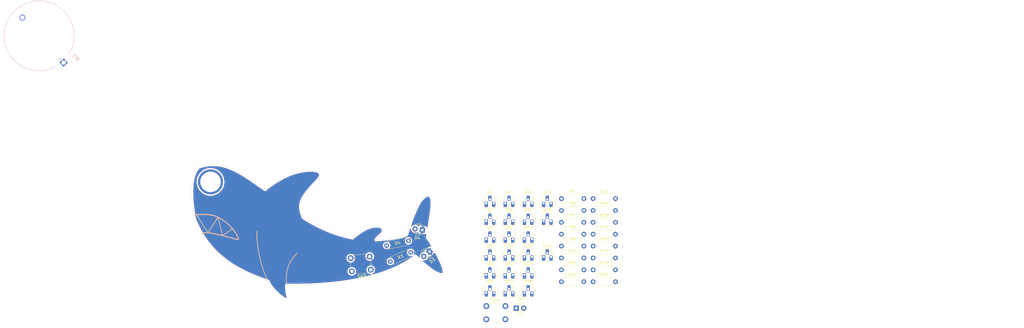
<source format=kicad_pcb>
(kicad_pcb (version 20241229) (generator "pcbnew") (generator_version "9.0")
  (layers (0 "F.Cu" signal) (2 "B.Cu" signal) (13 "F.Paste" user) (15 "B.Paste" user) (5 "F.SilkS" user "F.Silkscreen") (7 "B.SilkS" user "B.Silkscreen") (1 "F.Mask" user) (3 "B.Mask" user) (25 "Edge.Cuts" user))
  (net 0 "")
  (net 1 "GND")
  (net 2 "VCC")
  (net 3 "OUT")
  (net 4 "Net-(D3-A)")
  (net 5 "Net-(Q1-B)")
  (net 6 "Net-(R3-Pad1)")
  (net 7 "Net-(D4-A)")
  (net 8 "Net-(Q1-E)")
  (net 9 "Net-(Q16-B)")
  (net 10 "Net-(Q2-E)")
  (net 11 "Net-(Q3-E)")
  (net 12 "THRESHOLD")
  (net 13 "Net-(Q4-E)")
  (net 14 "Net-(Q5-C)")
  (net 15 "Net-(Q5-B)")
  (net 16 "Net-(Q5-E)")
  (net 17 "Net-(Q8-E)")
  (net 18 "Net-(Q9-E)")
  (net 19 "Net-(Q14-B)")
  (net 20 "Net-(Q9-C)")
  (net 21 "Net-(Q10-C)")
  (net 22 "Net-(Q10-B)")
  (net 23 "Net-(Q10-E)")
  (net 24 "Net-(Q12-E)")
  (net 25 "Net-(Q12-B)")
  (net 26 "Net-(Q15-C)")
  (net 27 "Net-(Q16-C)")
  (net 28 "DISCHARGE")
  (net 29 "Net-(Q19-B)")
  (net 30 "Net-(Q20-C)")
  (net 31 "Net-(Q22-B)")
  (footprint "Resistor_THT:R_Axial_DIN0207_L6.3mm_D2.5mm_P7.62mm_Horizontal" (layer "F.Cu") (at 243.68 92.65)
    (property "Reference" "R14" (at 3.81 -2.37 0) (layer "F.SilkS"))
    (property "Value" "R")
    (fp_line (start 0.54 -1.37) (end 7.08 -1.37) (stroke (width 0.12)) (layer "F.SilkS"))
    (fp_line (start 0.54 -1.04) (end 0.54 -1.37) (stroke (width 0.12)) (layer "F.SilkS"))
    (fp_line (start 0.54 1.04) (end 0.54 1.37) (stroke (width 0.12)) (layer "F.SilkS"))
    (fp_line (start 0.54 1.37) (end 7.08 1.37) (stroke (width 0.12)) (layer "F.SilkS"))
    (fp_line (start 7.08 -1.37) (end 7.08 -1.04) (stroke (width 0.12)) (layer "F.SilkS"))
    (fp_line (start 7.08 1.37) (end 7.08 1.04) (stroke (width 0.12)) (layer "F.SilkS"))
    (pad "1" thru_hole circle (at 0 0) (size 1.6 1.6) (drill 0.8) (layers "*.Cu" "*.Mask") (net 9 "Net-(Q16-B)"))
    (pad "2" thru_hole oval (at 7.62 0) (size 1.6 1.6) (drill 0.8) (layers "*.Cu" "*.Mask") (net 26 "Net-(Q15-C)"))
  )
  (footprint "Resistor_THT:R_Axial_DIN0207_L6.3mm_D2.5mm_P7.62mm_Horizontal" (layer "F.Cu") (at 232.91 108.85)
    (property "Reference" "R10" (at 3.81 -2.37 0) (layer "F.SilkS"))
    (property "Value" "R")
    (fp_line (start 0.54 -1.37) (end 7.08 -1.37) (stroke (width 0.12)) (layer "F.SilkS"))
    (fp_line (start 0.54 -1.04) (end 0.54 -1.37) (stroke (width 0.12)) (layer "F.SilkS"))
    (fp_line (start 0.54 1.04) (end 0.54 1.37) (stroke (width 0.12)) (layer "F.SilkS"))
    (fp_line (start 0.54 1.37) (end 7.08 1.37) (stroke (width 0.12)) (layer "F.SilkS"))
    (fp_line (start 7.08 -1.37) (end 7.08 -1.04) (stroke (width 0.12)) (layer "F.SilkS"))
    (fp_line (start 7.08 1.37) (end 7.08 1.04) (stroke (width 0.12)) (layer "F.SilkS"))
    (pad "1" thru_hole circle (at 0 0) (size 1.6 1.6) (drill 0.8) (layers "*.Cu" "*.Mask") (net 3 "OUT"))
    (pad "2" thru_hole oval (at 7.62 0) (size 1.6 1.6) (drill 0.8) (layers "*.Cu" "*.Mask") (net 15 "Net-(Q5-B)"))
  )
  (footprint "Package_TO_SOT_THT:TO-92L_HandSolder" (layer "F.Cu") (at 213.79 108.48)
    (property "Reference" "Q10" (at 1.27 -3.8 0) (layer "F.SilkS"))
    (property "Value" "PNP")
    (fp_line (start -0.53 1.85) (end 3.07 1.85) (stroke (width 0.12)) (layer "F.SilkS"))
    (fp_arc (start -0.541453 1.842156) (mid -1.247298 -0.581475) (end 0.45 -2.45) (stroke (width 0.12)) (layer "F.SilkS"))
    (fp_arc (start 2.05 -2.45) (mid 3.769931 -0.601036) (end 3.078445 1.827684) (stroke (width 0.12)) (layer "F.SilkS"))
    (pad "1" thru_hole rect (at 0 0) (size 1.1 1.8) (drill 0.75 (offset 0 0.4)) (layers "*.Cu" "*.Mask") (net 21 "Net-(Q10-C)"))
    (pad "2" thru_hole roundrect (at 1.27 -1.27) (size 1.1 1.8) (drill 0.75 (offset 0 -0.4)) (layers "*.Cu" "*.Mask") (net 22 "Net-(Q10-B)"))
    (pad "3" thru_hole roundrect (at 2.54 0) (size 1.1 1.8) (drill 0.75 (offset 0 0.4)) (layers "*.Cu" "*.Mask") (net 23 "Net-(Q10-E)"))
  )
  (footprint "LED_THT:LED_D3.0mm" (layer "F.Cu") (at 187.972876 106.683659 -140)
    (property "Reference" "D3" (at 1.269999 -2.960001 40) (layer "F.SilkS"))
    (property "Value" "LED")
    (fp_line (start -0.29 1.079999) (end -0.290001 1.236) (stroke (width 0.12)) (layer "F.SilkS"))
    (fp_line (start -0.29 -1.236001) (end -0.289999 -1.08) (stroke (width 0.12)) (layer "F.SilkS"))
    (fp_arc (start 2.941397 1.080061) (mid 1.365623 1.987702) (end -0.29 1.235517) (stroke (width 0.12)) (layer "F.SilkS"))
    (fp_arc (start 2.31091 1.080049) (mid 1.269963 1.499999) (end 0.229039 1.079999) (stroke (width 0.12)) (layer "F.SilkS"))
    (fp_arc (start 0.229039 -1.079999) (mid 1.269965 -1.5) (end 2.31091 -1.08005) (stroke (width 0.12)) (layer "F.SilkS"))
    (fp_arc (start -0.290001 -1.235516) (mid 1.365624 -1.987701) (end 2.941397 -1.080061) (stroke (width 0.12)) (layer "F.SilkS"))
    (pad "1" thru_hole rect (at 0 0 220) (size 1.8 1.8) (drill 0.9) (layers "*.Cu" "*.Mask") (net 1 "GND"))
    (pad "2" thru_hole circle (at 2.54 -0.000001 220) (size 1.8 1.8) (drill 0.9) (layers "*.Cu" "*.Mask") (net 4 "Net-(D3-A)"))
  )
  (footprint "Package_TO_SOT_THT:TO-92L_HandSolder" (layer "F.Cu") (at 220.3 96.26)
    (property "Reference" "Q14" (at 1.27 -3.8 0) (layer "F.SilkS"))
    (property "Value" "PNP")
    (fp_line (start -0.53 1.85) (end 3.07 1.85) (stroke (width 0.12)) (layer "F.SilkS"))
    (fp_arc (start -0.541453 1.842156) (mid -1.247298 -0.581475) (end 0.45 -2.45) (stroke (width 0.12)) (layer "F.SilkS"))
    (fp_arc (start 2.05 -2.45) (mid 3.769931 -0.601036) (end 3.078445 1.827684) (stroke (width 0.12)) (layer "F.SilkS"))
    (pad "1" thru_hole rect (at 0 0) (size 1.1 1.8) (drill 0.75 (offset 0 0.4)) (layers "*.Cu" "*.Mask") (net 19 "Net-(Q14-B)"))
    (pad "2" thru_hole roundrect (at 1.27 -1.27) (size 1.1 1.8) (drill 0.75 (offset 0 -0.4)) (layers "*.Cu" "*.Mask") (net 19 "Net-(Q14-B)"))
    (pad "3" thru_hole roundrect (at 2.54 0) (size 1.1 1.8) (drill 0.75 (offset 0 0.4)) (layers "*.Cu" "*.Mask") (net 3 "OUT"))
  )
  (footprint "Resistor_THT:R_Axial_DIN0207_L6.3mm_D2.5mm_P7.62mm_Horizontal" (layer "F.Cu") (at 243.68 108.85)
    (property "Reference" "R18" (at 3.81 -2.37 0) (layer "F.SilkS"))
    (property "Value" "R")
    (fp_line (start 0.54 -1.37) (end 7.08 -1.37) (stroke (width 0.12)) (layer "F.SilkS"))
    (fp_line (start 0.54 -1.04) (end 0.54 -1.37) (stroke (width 0.12)) (layer "F.SilkS"))
    (fp_line (start 0.54 1.04) (end 0.54 1.37) (stroke (width 0.12)) (layer "F.SilkS"))
    (fp_line (start 0.54 1.37) (end 7.08 1.37) (stroke (width 0.12)) (layer "F.SilkS"))
    (fp_line (start 7.08 -1.37) (end 7.08 -1.04) (stroke (width 0.12)) (layer "F.SilkS"))
    (fp_line (start 7.08 1.37) (end 7.08 1.04) (stroke (width 0.12)) (layer "F.SilkS"))
    (pad "1" thru_hole circle (at 0 0) (size 1.6 1.6) (drill 0.8) (layers "*.Cu" "*.Mask") (net 29 "Net-(Q19-B)"))
    (pad "2" thru_hole oval (at 7.62 0) (size 1.6 1.6) (drill 0.8) (layers "*.Cu" "*.Mask") (net 1 "GND"))
  )
  (footprint "Package_TO_SOT_THT:TO-92L_HandSolder" (layer "F.Cu") (at 220.3 90.15)
    (property "Reference" "Q13" (at 1.27 -3.8 0) (layer "F.SilkS"))
    (property "Value" "PNP")
    (fp_line (start -0.53 1.85) (end 3.07 1.85) (stroke (width 0.12)) (layer "F.SilkS"))
    (fp_arc (start -0.541453 1.842156) (mid -1.247298 -0.581475) (end 0.45 -2.45) (stroke (width 0.12)) (layer "F.SilkS"))
    (fp_arc (start 2.05 -2.45) (mid 3.769931 -0.601036) (end 3.078445 1.827684) (stroke (width 0.12)) (layer "F.SilkS"))
    (pad "1" thru_hole rect (at 0 0) (size 1.1 1.8) (drill 0.75 (offset 0 0.4)) (layers "*.Cu" "*.Mask") (net 1 "GND"))
    (pad "2" thru_hole roundrect (at 1.27 -1.27) (size 1.1 1.8) (drill 0.75 (offset 0 -0.4)) (layers "*.Cu" "*.Mask") (net 24 "Net-(Q12-E)"))
    (pad "3" thru_hole roundrect (at 2.54 0) (size 1.1 1.8) (drill 0.75 (offset 0 0.4)) (layers "*.Cu" "*.Mask") (net 23 "Net-(Q10-E)"))
  )
  (footprint "LED_THT:LED_D3.0mm" (layer "F.Cu") (at 185.538728 99.297344 171)
    (property "Reference" "D4" (at 1.27 -2.96 171) (layer "F.SilkS"))
    (property "Value" "LED")
    (fp_line (start -0.290001 -1.236001) (end -0.290001 -1.08) (stroke (width 0.12)) (layer "F.SilkS"))
    (fp_line (start -0.290001 1.080001) (end -0.29 1.236) (stroke (width 0.12)) (layer "F.SilkS"))
    (fp_arc (start 2.941397 1.080061) (mid 1.365624 1.9877) (end -0.29 1.235516) (stroke (width 0.12)) (layer "F.SilkS"))
    (fp_arc (start 2.31091 1.080049) (mid 1.269964 1.5) (end 0.229039 1.08) (stroke (width 0.12)) (layer "F.SilkS"))
    (fp_arc (start 0.22904 -1.08) (mid 1.269964 -1.500001) (end 2.31091 -1.080048) (stroke (width 0.12)) (layer "F.SilkS"))
    (fp_arc (start -0.29 -1.235516) (mid 1.365623 -1.9877) (end 2.941397 -1.080062) (stroke (width 0.12)) (layer "F.SilkS"))
    (pad "1" thru_hole rect (at 0 0 171) (size 1.8 1.8) (drill 0.9) (layers "*.Cu" "*.Mask") (net 1 "GND"))
    (pad "2" thru_hole circle (at 2.540002 -0.000001 171) (size 1.8 1.8) (drill 0.9) (layers "*.Cu" "*.Mask") (net 7 "Net-(D4-A)"))
  )
  (footprint "LED_THT:LED_D3.0mm" (layer "F.Cu") (at 217.52 125.97)
    (property "Reference" "D6" (at 1.27 -2.96 0) (layer "F.SilkS"))
    (property "Value" "LED")
    (fp_line (start -0.29 -1.236) (end -0.29 -1.08) (stroke (width 0.12)) (layer "F.SilkS"))
    (fp_line (start -0.29 1.08) (end -0.29 1.236) (stroke (width 0.12)) (layer "F.SilkS"))
    (fp_arc (start -0.29 -1.235516) (mid 1.365624 -1.987701) (end 2.941397 -1.080061) (stroke (width 0.12)) (layer "F.SilkS"))
    (fp_arc (start 0.229039 -1.08) (mid 1.269964 -1.5) (end 2.31091 -1.080049) (stroke (width 0.12)) (layer "F.SilkS"))
    (fp_arc (start 2.31091 1.080049) (mid 1.269964 1.5) (end 0.229039 1.08) (stroke (width 0.12)) (layer "F.SilkS"))
    (fp_arc (start 2.941397 1.080061) (mid 1.365624 1.987701) (end -0.29 1.235516) (stroke (width 0.12)) (layer "F.SilkS"))
    (pad "1" thru_hole rect (at 0 0) (size 1.8 1.8) (drill 0.9) (layers "*.Cu" "*.Mask") (net 1 "GND"))
    (pad "2" thru_hole circle (at 2.54 0) (size 1.8 1.8) (drill 0.9) (layers "*.Cu" "*.Mask") (net 3 "OUT"))
  )
  (footprint "Button_Switch_THT:SW_PUSH_6mm" (layer "F.Cu") (at 167.991334 112.851461 -175)
    (property "Reference" "SW3" (at 3.25 -1.999999 5) (layer "F.SilkS"))
    (property "Value" "SW_Push")
    (fp_line (start 6.75 3) (end 6.75 1.5) (stroke (width 0.12)) (layer "F.SilkS"))
    (fp_line (start 5.5 -1) (end 1 -0.999999) (stroke (width 0.12)) (layer "F.SilkS"))
    (fp_line (start 1 5.5) (end 5.5 5.5) (stroke (width 0.12)) (layer "F.SilkS"))
    (fp_line (start -0.25 1.5) (end -0.25 3) (stroke (width 0.12)) (layer "F.SilkS"))
    (pad "1" thru_hole circle (at 0 0 275) (size 2 2) (drill 1.1) (layers "*.Cu" "*.Mask") (net 2 "VCC"))
    (pad "1" thru_hole circle (at 6.5 0 275) (size 2 2) (drill 1.1) (layers "*.Cu" "*.Mask") (net 2 "VCC"))
    (pad "2" thru_hole circle (at 0 4.5 275) (size 2 2) (drill 1.1) (layers "*.Cu" "*.Mask") (net 6 "Net-(R3-Pad1)"))
    (pad "2" thru_hole circle (at 6.5 4.5 275) (size 2 2) (drill 1.1) (layers "*.Cu" "*.Mask") (net 6 "Net-(R3-Pad1)"))
  )
  (footprint "Button_Switch_THT:SW_PUSH_6mm" (layer "F.Cu") (at 207.32 125.26)
    (property "Reference" "SW4" (at 3.25 -2 0) (layer "F.SilkS"))
    (property "Value" "SW_Push")
    (fp_line (start -0.25 1.5) (end -0.25 3) (stroke (width 0.12)) (layer "F.SilkS"))
    (fp_line (start 1 5.5) (end 5.5 5.5) (stroke (width 0.12)) (layer "F.SilkS"))
    (fp_line (start 5.5 -1) (end 1 -1) (stroke (width 0.12)) (layer "F.SilkS"))
    (fp_line (start 6.75 3) (end 6.75 1.5) (stroke (width 0.12)) (layer "F.SilkS"))
    (pad "1" thru_hole circle (at 0 0 90) (size 2 2) (drill 1.1) (layers "*.Cu" "*.Mask") (net 2 "VCC"))
    (pad "1" thru_hole circle (at 6.5 0 90) (size 2 2) (drill 1.1) (layers "*.Cu" "*.Mask") (net 2 "VCC"))
    (pad "2" thru_hole circle (at 0 4.5 90) (size 2 2) (drill 1.1) (layers "*.Cu" "*.Mask") (net 3 "OUT"))
    (pad "2" thru_hole circle (at 6.5 4.5 90) (size 2 2) (drill 1.1) (layers "*.Cu" "*.Mask") (net 3 "OUT"))
  )
  (footprint "Package_TO_SOT_THT:TO-92L_HandSolder" (layer "F.Cu") (at 220.3 102.37)
    (property "Reference" "Q15" (at 1.27 -3.8 0) (layer "F.SilkS"))
    (property "Value" "PNP")
    (fp_line (start -0.53 1.85) (end 3.07 1.85) (stroke (width 0.12)) (layer "F.SilkS"))
    (fp_arc (start -0.541453 1.842156) (mid -1.247298 -0.581475) (end 0.45 -2.45) (stroke (width 0.12)) (layer "F.SilkS"))
    (fp_arc (start 2.05 -2.45) (mid 3.769931 -0.601036) (end 3.078445 1.827684) (stroke (width 0.12)) (layer "F.SilkS"))
    (pad "1" thru_hole rect (at 0 0) (size 1.1 1.8) (drill 0.75 (offset 0 0.4)) (layers "*.Cu" "*.Mask") (net 26 "Net-(Q15-C)"))
    (pad "2" thru_hole roundrect (at 1.27 -1.27) (size 1.1 1.8) (drill 0.75 (offset 0 -0.4)) (layers "*.Cu" "*.Mask") (net 19 "Net-(Q14-B)"))
    (pad "3" thru_hole roundrect (at 2.54 0) (size 1.1 1.8) (drill 0.75 (offset 0 0.4)) (layers "*.Cu" "*.Mask") (net 3 "OUT"))
  )
  (footprint "Package_TO_SOT_THT:TO-92L_HandSolder" (layer "F.Cu") (at 213.79 96.26)
    (property "Reference" "Q8" (at 1.27 -3.8 0) (layer "F.SilkS"))
    (property "Value" "PNP")
    (fp_line (start -0.53 1.85) (end 3.07 1.85) (stroke (width 0.12)) (layer "F.SilkS"))
    (fp_arc (start -0.541453 1.842156) (mid -1.247298 -0.581475) (end 0.45 -2.45) (stroke (width 0.12)) (layer "F.SilkS"))
    (fp_arc (start 2.05 -2.45) (mid 3.769931 -0.601036) (end 3.078445 1.827684) (stroke (width 0.12)) (layer "F.SilkS"))
    (pad "1" thru_hole rect (at 0 0) (size 1.1 1.8) (drill 0.75 (offset 0 0.4)) (layers "*.Cu" "*.Mask") (net 14 "Net-(Q5-C)"))
    (pad "2" thru_hole roundrect (at 1.27 -1.27) (size 1.1 1.8) (drill 0.75 (offset 0 -0.4)) (layers "*.Cu" "*.Mask") (net 14 "Net-(Q5-C)"))
    (pad "3" thru_hole roundrect (at 2.54 0) (size 1.1 1.8) (drill 0.75 (offset 0 0.4)) (layers "*.Cu" "*.Mask") (net 17 "Net-(Q8-E)"))
  )
  (footprint "Package_TO_SOT_THT:TO-92L_HandSolder" (layer "F.Cu") (at 226.81 96.26)
    (property "Reference" "Q20" (at 1.27 -3.8 0) (layer "F.SilkS"))
    (property "Value" "NPN")
    (fp_line (start -0.53 1.85) (end 3.07 1.85) (stroke (width 0.12)) (layer "F.SilkS"))
    (fp_arc (start -0.541453 1.842156) (mid -1.247298 -0.581475) (end 0.45 -2.45) (stroke (width 0.12)) (layer "F.SilkS"))
    (fp_arc (start 2.05 -2.45) (mid 3.769931 -0.601036) (end 3.078445 1.827684) (stroke (width 0.12)) (layer "F.SilkS"))
    (pad "1" thru_hole rect (at 0 0) (size 1.1 1.8) (drill 0.75 (offset 0 0.4)) (layers "*.Cu" "*.Mask") (net 30 "Net-(Q20-C)"))
    (pad "2" thru_hole roundrect (at 1.27 -1.27) (size 1.1 1.8) (drill 0.75 (offset 0 -0.4)) (layers "*.Cu" "*.Mask") (net 26 "Net-(Q15-C)"))
    (pad "3" thru_hole roundrect (at 2.54 0) (size 1.1 1.8) (drill 0.75 (offset 0 0.4)) (layers "*.Cu" "*.Mask") (net 29 "Net-(Q19-B)"))
  )
  (footprint "Package_TO_SOT_THT:TO-92L_HandSolder" (layer "F.Cu") (at 220.3 120.7)
    (property "Reference" "Q18" (at 1.27 -3.8 0) (layer "F.SilkS"))
    (property "Value" "NPN")
    (fp_line (start -0.53 1.85) (end 3.07 1.85) (stroke (width 0.12)) (layer "F.SilkS"))
    (fp_arc (start -0.541453 1.842156) (mid -1.247298 -0.581475) (end 0.45 -2.45) (stroke (width 0.12)) (layer "F.SilkS"))
    (fp_arc (start 2.05 -2.45) (mid 3.769931 -0.601036) (end 3.078445 1.827684) (stroke (width 0.12)) (layer "F.SilkS"))
    (pad "1" thru_hole rect (at 0 0) (size 1.1 1.8) (drill 0.75 (offset 0 0.4)) (layers "*.Cu" "*.Mask") (net 26 "Net-(Q15-C)"))
    (pad "2" thru_hole roundrect (at 1.27 -1.27) (size 1.1 1.8) (drill 0.75 (offset 0 -0.4)) (layers "*.Cu" "*.Mask") (net 27 "Net-(Q16-C)"))
    (pad "3" thru_hole roundrect (at 2.54 0) (size 1.1 1.8) (drill 0.75 (offset 0 0.4)) (layers "*.Cu" "*.Mask") (net 1 "GND"))
  )
  (footprint "Package_TO_SOT_THT:TO-92L_HandSolder" (layer "F.Cu") (at 207.28 102.37)
    (property "Reference" "Q3" (at 1.27 -3.8 0) (layer "F.SilkS"))
    (property "Value" "NPN")
    (fp_line (start -0.53 1.85) (end 3.07 1.85) (stroke (width 0.12)) (layer "F.SilkS"))
    (fp_arc (start -0.541453 1.842156) (mid -1.247298 -0.581475) (end 0.45 -2.45) (stroke (width 0.12)) (layer "F.SilkS"))
    (fp_arc (start 2.05 -2.45) (mid 3.769931 -0.601036) (end 3.078445 1.827684) (stroke (width 0.12)) (layer "F.SilkS"))
    (pad "1" thru_hole rect (at 0 0) (size 1.1 1.8) (drill 0.75 (offset 0 0.4)) (layers "*.Cu" "*.Mask") (net 5 "Net-(Q1-B)"))
    (pad "2" thru_hole roundrect (at 1.27 -1.27) (size 1.1 1.8) (drill 0.75 (offset 0 -0.4)) (layers "*.Cu" "*.Mask") (net 12 "THRESHOLD"))
    (pad "3" thru_hole roundrect (at 2.54 0) (size 1.1 1.8) (drill 0.75 (offset 0 0.4)) (layers "*.Cu" "*.Mask") (net 11 "Net-(Q3-E)"))
  )
  (footprint "Package_TO_SOT_THT:TO-92L_HandSolder" (layer "F.Cu") (at 226.81 108.48)
    (property "Reference" "Q22" (at 1.27 -3.8 0) (layer "F.SilkS"))
    (property "Value" "NPN")
    (fp_line (start -0.53 1.85) (end 3.07 1.85) (stroke (width 0.12)) (layer "F.SilkS"))
    (fp_arc (start -0.541453 1.842156) (mid -1.247298 -0.581475) (end 0.45 -2.45) (stroke (width 0.12)) (layer "F.SilkS"))
    (fp_arc (start 2.05 -2.45) (mid 3.769931 -0.601036) (end 3.078445 1.827684) (stroke (width 0.12)) (layer "F.SilkS"))
    (pad "1" thru_hole rect (at 0 0) (size 1.1 1.8) (drill 0.75 (offset 0 0.4)) (layers "*.Cu" "*.Mask") (net 3 "OUT"))
    (pad "2" thru_hole roundrect (at 1.27 -1.27) (size 1.1 1.8) (drill 0.75 (offset 0 -0.4)) (layers "*.Cu" "*.Mask") (net 31 "Net-(Q22-B)"))
    (pad "3" thru_hole roundrect (at 2.54 0) (size 1.1 1.8) (drill 0.75 (offset 0 0.4)) (layers "*.Cu" "*.Mask") (net 1 "GND"))
  )
  (footprint "Resistor_THT:R_Axial_DIN0207_L6.3mm_D2.5mm_P7.62mm_Horizontal" (layer "F.Cu") (at 173.373258 104.592144 12)
    (property "Reference" "R4" (at 3.81 -0.000002 12) (layer "F.SilkS"))
    (property "Value" "R")
    (fp_line (start 0.539999 -1.370001) (end 7.08 -1.37) (stroke (width 0.12)) (layer "F.SilkS"))
    (fp_line (start 0.54 -1.04) (end 0.539999 -1.370001) (stroke (width 0.12)) (layer "F.SilkS"))
    (fp_line (start 0.54 1.04) (end 0.54 1.37) (stroke (width 0.12)) (layer "F.SilkS"))
    (fp_line (start 0.54 1.37) (end 7.08 1.370001) (stroke (width 0.12)) (layer "F.SilkS"))
    (fp_line (start 7.08 -1.37) (end 7.08 -1.04) (stroke (width 0.12)) (layer "F.SilkS"))
    (fp_line (start 7.08 1.370001) (end 7.08 1.04) (stroke (width 0.12)) (layer "F.SilkS"))
    (pad "1" thru_hole circle (at 0 0 12) (size 1.6 1.6) (drill 0.8) (layers "*.Cu" "*.Mask") (net 6 "Net-(R3-Pad1)"))
    (pad "2" thru_hole oval (at 7.62 0 12) (size 1.6 1.6) (drill 0.8) (layers "*.Cu" "*.Mask") (net 7 "Net-(D4-A)"))
  )
  (footprint "Package_TO_SOT_THT:TO-92L_HandSolder" (layer "F.Cu") (at 220.3 114.59)
    (property "Reference" "Q17" (at 1.27 -3.8 0) (layer "F.SilkS"))
    (property "Value" "NPN")
    (fp_line (start -0.53 1.85) (end 3.07 1.85) (stroke (width 0.12)) (layer "F.SilkS"))
    (fp_arc (start -0.541453 1.842156) (mid -1.247298 -0.581475) (end 0.45 -2.45) (stroke (width 0.12)) (layer "F.SilkS"))
    (fp_arc (start 2.05 -2.45) (mid 3.769931 -0.601036) (end 3.078445 1.827684) (stroke (width 0.12)) (layer "F.SilkS"))
    (pad "1" thru_hole rect (at 0 0) (size 1.1 1.8) (drill 0.75 (offset 0 0.4)) (layers "*.Cu" "*.Mask") (net 9 "Net-(Q16-B)"))
    (pad "2" thru_hole roundrect (at 1.27 -1.27) (size 1.1 1.8) (drill 0.75 (offset 0 -0.4)) (layers "*.Cu" "*.Mask") (net 21 "Net-(Q10-C)"))
    (pad "3" thru_hole roundrect (at 2.54 0) (size 1.1 1.8) (drill 0.75 (offset 0 0.4)) (layers "*.Cu" "*.Mask") (net 1 "GND"))
  )
  (footprint "Resistor_THT:R_Axial_DIN0207_L6.3mm_D2.5mm_P7.62mm_Horizontal" (layer "F.Cu") (at 232.91 96.7)
    (property "Reference" "R7" (at 3.81 -2.37 0) (layer "F.SilkS"))
    (property "Value" "R")
    (fp_line (start 0.54 -1.37) (end 7.08 -1.37) (stroke (width 0.12)) (layer "F.SilkS"))
    (fp_line (start 0.54 -1.04) (end 0.54 -1.37) (stroke (width 0.12)) (layer "F.SilkS"))
    (fp_line (start 0.54 1.04) (end 0.54 1.37) (stroke (width 0.12)) (layer "F.SilkS"))
    (fp_line (start 0.54 1.37) (end 7.08 1.37) (stroke (width 0.12)) (layer "F.SilkS"))
    (fp_line (start 7.08 -1.37) (end 7.08 -1.04) (stroke (width 0.12)) (layer "F.SilkS"))
    (fp_line (start 7.08 1.37) (end 7.08 1.04) (stroke (width 0.12)) (layer "F.SilkS"))
    (pad "1" thru_hole circle (at 0 0) (size 1.6 1.6) (drill 0.8) (layers "*.Cu" "*.Mask") (net 3 "OUT"))
    (pad "2" thru_hole oval (at 7.62 0) (size 1.6 1.6) (drill 0.8) (layers "*.Cu" "*.Mask") (net 17 "Net-(Q8-E)"))
  )
  (footprint "Package_TO_SOT_THT:TO-92L_HandSolder" (layer "F.Cu") (at 207.28 108.48)
    (property "Reference" "Q4" (at 1.27 -3.8 0) (layer "F.SilkS"))
    (property "Value" "NPN")
    (fp_line (start -0.53 1.85) (end 3.07 1.85) (stroke (width 0.12)) (layer "F.SilkS"))
    (fp_arc (start -0.541453 1.842156) (mid -1.247298 -0.581475) (end 0.45 -2.45) (stroke (width 0.12)) (layer "F.SilkS"))
    (fp_arc (start 2.05 -2.45) (mid 3.769931 -0.601036) (end 3.078445 1.827684) (stroke (width 0.12)) (layer "F.SilkS"))
    (pad "1" thru_hole rect (at 0 0) (size 1.1 1.8) (drill 0.75 (offset 0 0.4)) (layers "*.Cu" "*.Mask") (net 5 "Net-(Q1-B)"))
    (pad "2" thru_hole roundrect (at 1.27 -1.27) (size 1.1 1.8) (drill 0.75 (offset 0 -0.4)) (layers "*.Cu" "*.Mask") (net 11 "Net-(Q3-E)"))
    (pad "3" thru_hole roundrect (at 2.54 0) (size 1.1 1.8) (drill 0.75 (offset 0 0.4)) (layers "*.Cu" "*.Mask") (net 13 "Net-(Q4-E)"))
  )
  (footprint "Resistor_THT:R_Axial_DIN0207_L6.3mm_D2.5mm_P7.62mm_Horizontal" (layer "F.Cu") (at 232.91 88.6)
    (property "Reference" "R5" (at 3.81 -2.37 0) (layer "F.SilkS"))
    (property "Value" "R")
    (fp_line (start 0.54 -1.37) (end 7.08 -1.37) (stroke (width 0.12)) (layer "F.SilkS"))
    (fp_line (start 0.54 -1.04) (end 0.54 -1.37) (stroke (width 0.12)) (layer "F.SilkS"))
    (fp_line (start 0.54 1.04) (end 0.54 1.37) (stroke (width 0.12)) (layer "F.SilkS"))
    (fp_line (start 0.54 1.37) (end 7.08 1.37) (stroke (width 0.12)) (layer "F.SilkS"))
    (fp_line (start 7.08 -1.37) (end 7.08 -1.04) (stroke (width 0.12)) (layer "F.SilkS"))
    (fp_line (start 7.08 1.37) (end 7.08 1.04) (stroke (width 0.12)) (layer "F.SilkS"))
    (pad "1" thru_hole circle (at 0 0) (size 1.6 1.6) (drill 0.8) (layers "*.Cu" "*.Mask") (net 3 "OUT"))
    (pad "2" thru_hole oval (at 7.62 0) (size 1.6 1.6) (drill 0.8) (layers "*.Cu" "*.Mask") (net 8 "Net-(Q1-E)"))
  )
  (footprint "Package_TO_SOT_THT:TO-92L_HandSolder" (layer "F.Cu") (at 207.28 120.7)
    (property "Reference" "Q6" (at 1.27 -3.8 0) (layer "F.SilkS"))
    (property "Value" "NPN")
    (fp_line (start -0.53 1.85) (end 3.07 1.85) (stroke (width 0.12)) (layer "F.SilkS"))
    (fp_arc (start -0.541453 1.842156) (mid -1.247298 -0.581475) (end 0.45 -2.45) (stroke (width 0.12)) (layer "F.SilkS"))
    (fp_arc (start 2.05 -2.45) (mid 3.769931 -0.601036) (end 3.078445 1.827684) (stroke (width 0.12)) (layer "F.SilkS"))
    (pad "1" thru_hole rect (at 0 0) (size 1.1 1.8) (drill 0.75 (offset 0 0.4)) (layers "*.Cu" "*.Mask") (net 14 "Net-(Q5-C)"))
    (pad "2" thru_hole roundrect (at 1.27 -1.27) (size 1.1 1.8) (drill 0.75 (offset 0 -0.4)) (layers "*.Cu" "*.Mask") (net 16 "Net-(Q5-E)"))
    (pad "3" thru_hole roundrect (at 2.54 0) (size 1.1 1.8) (drill 0.75 (offset 0 0.4)) (layers "*.Cu" "*.Mask") (net 13 "Net-(Q4-E)"))
  )
  (footprint "Resistor_THT:R_Axial_DIN0207_L6.3mm_D2.5mm_P7.62mm_Horizontal" (layer "F.Cu") (at 174.619392 110.049667 24)
    (property "Reference" "R3" (at 3.81 0 24) (layer "F.SilkS"))
    (property "Value" "R")
    (fp_line (start 0.540001 -1.37) (end 7.08 -1.370001) (stroke (width 0.12)) (layer "F.SilkS"))
    (fp_line (start 0.54 -1.04) (end 0.540001 -1.37) (stroke (width 0.12)) (layer "F.SilkS"))
    (fp_line (start 0.540001 1.04) (end 0.54 1.37) (stroke (width 0.12)) (layer "F.SilkS"))
    (fp_line (start 0.54 1.37) (end 7.08 1.37) (stroke (width 0.12)) (layer "F.SilkS"))
    (fp_line (start 7.08 -1.370001) (end 7.08 -1.04) (stroke (width 0.12)) (layer "F.SilkS"))
    (fp_line (start 7.08 1.37) (end 7.079999 1.039999) (stroke (width 0.12)) (layer "F.SilkS"))
    (pad "1" thru_hole circle (at 0 0 24) (size 1.6 1.6) (drill 0.8) (layers "*.Cu" "*.Mask") (net 6 "Net-(R3-Pad1)"))
    (pad "2" thru_hole oval (at 7.62 0 24) (size 1.6 1.6) (drill 0.8) (layers "*.Cu" "*.Mask") (net 4 "Net-(D3-A)"))
  )
  (footprint "Resistor_THT:R_Axial_DIN0207_L6.3mm_D2.5mm_P7.62mm_Horizontal" (layer "F.Cu") (at 243.68 112.9)
    (property "Reference" "R19" (at 3.81 -2.37 0) (layer "F.SilkS"))
    (property "Value" "0ohm")
    (fp_line (start 0.54 -1.37) (end 7.08 -1.37) (stroke (width 0.12)) (layer "F.SilkS"))
    (fp_line (start 0.54 -1.04) (end 0.54 -1.37) (stroke (width 0.12)) (layer "F.SilkS"))
    (fp_line (start 0.54 1.04) (end 0.54 1.37) (stroke (width 0.12)) (layer "F.SilkS"))
    (fp_line (start 0.54 1.37) (end 7.08 1.37) (stroke (width 0.12)) (layer "F.SilkS"))
    (fp_line (start 7.08 -1.37) (end 7.08 -1.04) (stroke (width 0.12)) (layer "F.SilkS"))
    (fp_line (start 7.08 1.37) (end 7.08 1.04) (stroke (width 0.12)) (layer "F.SilkS"))
    (pad "1" thru_hole circle (at 0 0) (size 1.6 1.6) (drill 0.8) (layers "*.Cu" "*.Mask") (net 29 "Net-(Q19-B)"))
    (pad "2" thru_hole oval (at 7.62 0) (size 1.6 1.6) (drill 0.8) (layers "*.Cu" "*.Mask") (net 31 "Net-(Q22-B)"))
  )
  (footprint "Package_TO_SOT_THT:TO-92L_HandSolder" (layer "F.Cu") (at 213.79 90.15)
    (property "Reference" "Q7" (at 1.27 -3.8 0) (layer "F.SilkS"))
    (property "Value" "PNP")
    (fp_line (start -0.53 1.85) (end 3.07 1.85) (stroke (width 0.12)) (layer "F.SilkS"))
    (fp_arc (start -0.541453 1.842156) (mid -1.247298 -0.581475) (end 0.45 -2.45) (stroke (width 0.12)) (layer "F.SilkS"))
    (fp_arc (start 2.05 -2.45) (mid 3.769931 -0.601036) (end 3.078445 1.827684) (stroke (width 0.12)) (layer "F.SilkS"))
    (pad "1" thru_hole rect (at 0 0) (size 1.1 1.8) (drill 0.75 (offset 0 0.4)) (layers "*.Cu" "*.Mask") (net 1 "GND"))
    (pad "2" thru_hole roundrect (at 1.27 -1.27) (size 1.1 1.8) (drill 0.75 (offset 0 -0.4)) (layers "*.Cu" "*.Mask") (net 14 "Net-(Q5-C)"))
    (pad "3" thru_hole roundrect (at 2.54 0) (size 1.1 1.8) (drill 0.75 (offset 0 0.4)) (layers "*.Cu" "*.Mask") (net 10 "Net-(Q2-E)"))
  )
  (footprint "Package_TO_SOT_THT:TO-92L_HandSolder" (layer "F.Cu") (at 213.79 114.59)
    (property "Reference" "Q11" (at 1.27 -3.8 0) (layer "F.SilkS"))
    (property "Value" "PNP")
    (fp_line (start -0.53 1.85) (end 3.07 1.85) (stroke (width 0.12)) (layer "F.SilkS"))
    (fp_arc (start -0.541453 1.842156) (mid -1.247298 -0.581475) (end 0.45 -2.45) (stroke (width 0.12)) (layer "F.SilkS"))
    (fp_arc (start 2.05 -2.45) (mid 3.769931 -0.601036) (end 3.078445 1.827684) (stroke (width 0.12)) (layer "F.SilkS"))
    (pad "1" thru_hole rect (at 0 0) (size 1.1 1.8) (drill 0.75 (offset 0 0.4)) (layers "*.Cu" "*.Mask") (net 21 "Net-(Q10-C)"))
    (pad "2" thru_hole roundrect (at 1.27 -1.27) (size 1.1 1.8) (drill 0.75 (offset 0 -0.4)) (layers "*.Cu" "*.Mask") (net 12 "THRESHOLD"))
    (pad "3" thru_hole roundrect (at 2.54 0) (size 1.1 1.8) (drill 0.75 (offset 0 0.4)) (layers "*.Cu" "*.Mask") (net 22 "Net-(Q10-B)"))
  )
  (footprint "Package_TO_SOT_THT:TO-92L_HandSolder" (layer "F.Cu") (at 207.28 90.15)
    (property "Reference" "Q1" (at 1.27 -3.8 0) (layer "F.SilkS"))
    (property "Value" "PNP")
    (fp_line (start -0.53 1.85) (end 3.07 1.85) (stroke (width 0.12)) (layer "F.SilkS"))
    (fp_arc (start -0.541453 1.842156) (mid -1.247298 -0.581475) (end 0.45 -2.45) (stroke (width 0.12)) (layer "F.SilkS"))
    (fp_arc (start 2.05 -2.45) (mid 3.769931 -0.601036) (end 3.078445 1.827684) (stroke (width 0.12)) (layer "F.SilkS"))
    (pad "1" thru_hole rect (at 0 0) (size 1.1 1.8) (drill 0.75 (offset 0 0.4)) (layers "*.Cu" "*.Mask") (net 5 "Net-(Q1-B)"))
    (pad "2" thru_hole roundrect (at 1.27 -1.27) (size 1.1 1.8) (drill 0.75 (offset 0 -0.4)) (layers "*.Cu" "*.Mask") (net 5 "Net-(Q1-B)"))
    (pad "3" thru_hole roundrect (at 2.54 0) (size 1.1 1.8) (drill 0.75 (offset 0 0.4)) (layers "*.Cu" "*.Mask") (net 8 "Net-(Q1-E)"))
  )
  (footprint "Resistor_THT:R_Axial_DIN0207_L6.3mm_D2.5mm_P7.62mm_Horizontal" (layer "F.Cu") (at 243.68 104.8)
    (property "Reference" "R17" (at 3.81 -2.37 0) (layer "F.SilkS"))
    (property "Value" "R")
    (fp_line (start 0.54 -1.37) (end 7.08 -1.37) (stroke (width 0.12)) (layer "F.SilkS"))
    (fp_line (start 0.54 -1.04) (end 0.54 -1.37) (stroke (width 0.12)) (layer "F.SilkS"))
    (fp_line (start 0.54 1.04) (end 0.54 1.37) (stroke (width 0.12)) (layer "F.SilkS"))
    (fp_line (start 0.54 1.37) (end 7.08 1.37) (stroke (width 0.12)) (layer "F.SilkS"))
    (fp_line (start 7.08 -1.37) (end 7.08 -1.04) (stroke (width 0.12)) (layer "F.SilkS"))
    (fp_line (start 7.08 1.37) (end 7.08 1.04) (stroke (width 0.12)) (layer "F.SilkS"))
    (pad "1" thru_hole circle (at 0 0) (size 1.6 1.6) (drill 0.8) (layers "*.Cu" "*.Mask") (net 30 "Net-(Q20-C)"))
    (pad "2" thru_hole oval (at 7.62 0) (size 1.6 1.6) (drill 0.8) (layers "*.Cu" "*.Mask") (net 3 "OUT"))
  )
  (footprint "Resistor_THT:R_Axial_DIN0207_L6.3mm_D2.5mm_P7.62mm_Horizontal" (layer "F.Cu") (at 232.91 92.65)
    (property "Reference" "R6" (at 3.81 -2.37 0) (layer "F.SilkS"))
    (property "Value" "R")
    (fp_line (start 0.54 -1.37) (end 7.08 -1.37) (stroke (width 0.12)) (layer "F.SilkS"))
    (fp_line (start 0.54 -1.04) (end 0.54 -1.37) (stroke (width 0.12)) (layer "F.SilkS"))
    (fp_line (start 0.54 1.04) (end 0.54 1.37) (stroke (width 0.12)) (layer "F.SilkS"))
    (fp_line (start 0.54 1.37) (end 7.08 1.37) (stroke (width 0.12)) (layer "F.SilkS"))
    (fp_line (start 7.08 -1.37) (end 7.08 -1.04) (stroke (width 0.12)) (layer "F.SilkS"))
    (fp_line (start 7.08 1.37) (end 7.08 1.04) (stroke (width 0.12)) (layer "F.SilkS"))
    (pad "1" thru_hole circle (at 0 0) (size 1.6 1.6) (drill 0.8) (layers "*.Cu" "*.Mask") (net 3 "OUT"))
    (pad "2" thru_hole oval (at 7.62 0) (size 1.6 1.6) (drill 0.8) (layers "*.Cu" "*.Mask") (net 10 "Net-(Q2-E)"))
  )
  (footprint "Package_TO_SOT_THT:TO-92L_HandSolder" (layer "F.Cu") (at 207.28 96.26)
    (property "Reference" "Q2" (at 1.27 -3.8 0) (layer "F.SilkS"))
    (property "Value" "PNP")
    (fp_line (start -0.53 1.85) (end 3.07 1.85) (stroke (width 0.12)) (layer "F.SilkS"))
    (fp_arc (start -0.541453 1.842156) (mid -1.247298 -0.581475) (end 0.45 -2.45) (stroke (width 0.12)) (layer "F.SilkS"))
    (fp_arc (start 2.05 -2.45) (mid 3.769931 -0.601036) (end 3.078445 1.827684) (stroke (width 0.12)) (layer "F.SilkS"))
    (pad "1" thru_hole rect (at 0 0) (size 1.1 1.8) (drill 0.75 (offset 0 0.4)) (layers "*.Cu" "*.Mask") (net 9 "Net-(Q16-B)"))
    (pad "2" thru_hole roundrect (at 1.27 -1.27) (size 1.1 1.8) (drill 0.75 (offset 0 -0.4)) (layers "*.Cu" "*.Mask") (net 5 "Net-(Q1-B)"))
    (pad "3" thru_hole roundrect (at 2.54 0) (size 1.1 1.8) (drill 0.75 (offset 0 0.4)) (layers "*.Cu" "*.Mask") (net 10 "Net-(Q2-E)"))
  )
  (footprint "Resistor_THT:R_Axial_DIN0207_L6.3mm_D2.5mm_P7.62mm_Horizontal" (layer "F.Cu") (at 232.91 100.75)
    (property "Reference" "R8" (at 3.81 -2.37 0) (layer "F.SilkS"))
    (property "Value" "R")
    (fp_line (start 0.54 -1.37) (end 7.08 -1.37) (stroke (width 0.12)) (layer "F.SilkS"))
    (fp_line (start 0.54 -1.04) (end 0.54 -1.37) (stroke (width 0.12)) (layer "F.SilkS"))
    (fp_line (start 0.54 1.04) (end 0.54 1.37) (stroke (width 0.12)) (layer "F.SilkS"))
    (fp_line (start 0.54 1.37) (end 7.08 1.37) (stroke (width 0.12)) (layer "F.SilkS"))
    (fp_line (start 7.08 -1.37) (end 7.08 -1.04) (stroke (width 0.12)) (layer "F.SilkS"))
    (fp_line (start 7.08 1.37) (end 7.08 1.04) (stroke (width 0.12)) (layer "F.SilkS"))
    (pad "1" thru_hole circle (at 0 0) (size 1.6 1.6) (drill 0.8) (layers "*.Cu" "*.Mask") (net 3 "OUT"))
    (pad "2" thru_hole oval (at 7.62 0) (size 1.6 1.6) (drill 0.8) (layers "*.Cu" "*.Mask") (net 18 "Net-(Q9-E)"))
  )
  (footprint "Package_TO_SOT_THT:TO-92L_HandSolder" (layer "F.Cu") (at 226.81 90.15)
    (property "Reference" "Q19" (at 1.27 -3.8 0) (layer "F.SilkS"))
    (property "Value" "NPN")
    (fp_line (start -0.53 1.85) (end 3.07 1.85) (stroke (width 0.12)) (layer "F.SilkS"))
    (fp_arc (start -0.541453 1.842156) (mid -1.247298 -0.581475) (end 0.45 -2.45) (stroke (width 0.12)) (layer "F.SilkS"))
    (fp_arc (start 2.05 -2.45) (mid 3.769931 -0.601036) (end 3.078445 1.827684) (stroke (width 0.12)) (layer "F.SilkS"))
    (pad "1" thru_hole rect (at 0 0) (size 1.1 1.8) (drill 0.75 (offset 0 0.4)) (layers "*.Cu" "*.Mask") (net 28 "DISCHARGE"))
    (pad "2" thru_hole roundrect (at 1.27 -1.27) (size 1.1 1.8) (drill 0.75 (offset 0 -0.4)) (layers "*.Cu" "*.Mask") (net 29 "Net-(Q19-B)"))
    (pad "3" thru_hole roundrect (at 2.54 0) (size 1.1 1.8) (drill 0.75 (offset 0 0.4)) (layers "*.Cu" "*.Mask") (net 1 "GND"))
  )
  (footprint "Package_TO_SOT_THT:TO-92L_HandSolder" (layer "F.Cu") (at 213.79 102.37)
    (property "Reference" "Q9" (at 1.27 -3.8 0) (layer "F.SilkS"))
    (property "Value" "PNP")
    (fp_line (start -0.53 1.85) (end 3.07 1.85) (stroke (width 0.12)) (layer "F.SilkS"))
    (fp_arc (start -0.541453 1.842156) (mid -1.247298 -0.581475) (end 0.45 -2.45) (stroke (width 0.12)) (layer "F.SilkS"))
    (fp_arc (start 2.05 -2.45) (mid 3.769931 -0.601036) (end 3.078445 1.827684) (stroke (width 0.12)) (layer "F.SilkS"))
    (pad "1" thru_hole rect (at 0 0) (size 1.1 1.8) (drill 0.75 (offset 0 0.4)) (layers "*.Cu" "*.Mask") (net 20 "Net-(Q9-C)"))
    (pad "2" thru_hole roundrect (at 1.27 -1.27) (size 1.1 1.8) (drill 0.75 (offset 0 -0.4)) (layers "*.Cu" "*.Mask") (net 19 "Net-(Q14-B)"))
    (pad "3" thru_hole roundrect (at 2.54 0) (size 1.1 1.8) (drill 0.75 (offset 0 0.4)) (layers "*.Cu" "*.Mask") (net 18 "Net-(Q9-E)"))
  )
  (footprint "Resistor_THT:R_Axial_DIN0207_L6.3mm_D2.5mm_P7.62mm_Horizontal" (layer "F.Cu") (at 243.68 88.6)
    (property "Reference" "R13" (at 3.81 -2.37 0) (layer "F.SilkS"))
    (property "Value" "R")
    (fp_line (start 0.54 -1.37) (end 7.08 -1.37) (stroke (width 0.12)) (layer "F.SilkS"))
    (fp_line (start 0.54 -1.04) (end 0.54 -1.37) (stroke (width 0.12)) (layer "F.SilkS"))
    (fp_line (start 0.54 1.04) (end 0.54 1.37) (stroke (width 0.12)) (layer "F.SilkS"))
    (fp_line (start 0.54 1.37) (end 7.08 1.37) (stroke (width 0.12)) (layer "F.SilkS"))
    (fp_line (start 7.08 -1.37) (end 7.08 -1.04) (stroke (width 0.12)) (layer "F.SilkS"))
    (fp_line (start 7.08 1.37) (end 7.08 1.04) (stroke (width 0.12)) (layer "F.SilkS"))
    (pad "1" thru_hole circle (at 0 0) (size 1.6 1.6) (drill 0.8) (layers "*.Cu" "*.Mask") (net 19 "Net-(Q14-B)"))
    (pad "2" thru_hole oval (at 7.62 0) (size 1.6 1.6) (drill 0.8) (layers "*.Cu" "*.Mask") (net 27 "Net-(Q16-C)"))
  )
  (footprint "Resistor_THT:R_Axial_DIN0207_L6.3mm_D2.5mm_P7.62mm_Horizontal" (layer "F.Cu") (at 232.91 116.95)
    (property "Reference" "R12" (at 3.81 -2.37 0) (layer "F.SilkS"))
    (property "Value" "R")
    (fp_line (start 0.54 -1.37) (end 7.08 -1.37) (stroke (width 0.12)) (layer "F.SilkS"))
    (fp_line (start 0.54 -1.04) (end 0.54 -1.37) (stroke (width 0.12)) (layer "F.SilkS"))
    (fp_line (start 0.54 1.04) (end 0.54 1.37) (stroke (width 0.12)) (layer "F.SilkS"))
    (fp_line (start 0.54 1.37) (end 7.08 1.37) (stroke (width 0.12)) (layer "F.SilkS"))
    (fp_line (start 7.08 -1.37) (end 7.08 -1.04) (stroke (width 0.12)) (layer "F.SilkS"))
    (fp_line (start 7.08 1.37) (end 7.08 1.04) (stroke (width 0.12)) (layer "F.SilkS"))
    (pad "1" thru_hole circle (at 0 0) (size 1.6 1.6) (drill 0.8) (layers "*.Cu" "*.Mask") (net 25 "Net-(Q12-B)"))
    (pad "2" thru_hole oval (at 7.62 0) (size 1.6 1.6) (drill 0.8) (layers "*.Cu" "*.Mask") (net 1 "GND"))
  )
  (footprint "Package_TO_SOT_THT:TO-92L_HandSolder" (layer "F.Cu") (at 220.3 108.48)
    (property "Reference" "Q16" (at 1.27 -3.8 0) (layer "F.SilkS"))
    (property "Value" "NPN")
    (fp_line (start -0.53 1.85) (end 3.07 1.85) (stroke (width 0.12)) (layer "F.SilkS"))
    (fp_arc (start -0.541453 1.842156) (mid -1.247298 -0.581475) (end 0.45 -2.45) (stroke (width 0.12)) (layer "F.SilkS"))
    (fp_arc (start 2.05 -2.45) (mid 3.769931 -0.601036) (end 3.078445 1.827684) (stroke (width 0.12)) (layer "F.SilkS"))
    (pad "1" thru_hole rect (at 0 0) (size 1.1 1.8) (drill 0.75 (offset 0 0.4)) (layers "*.Cu" "*.Mask") (net 27 "Net-(Q16-C)"))
    (pad "2" thru_hole roundrect (at 1.27 -1.27) (size 1.1 1.8) (drill 0.75 (offset 0 -0.4)) (layers "*.Cu" "*.Mask") (net 9 "Net-(Q16-B)"))
    (pad "3" thru_hole roundrect (at 2.54 0) (size 1.1 1.8) (drill 0.75 (offset 0 0.4)) (layers "*.Cu" "*.Mask") (net 1 "GND"))
  )
  (footprint "Resistor_THT:R_Axial_DIN0207_L6.3mm_D2.5mm_P7.62mm_Horizontal" (layer "F.Cu") (at 232.91 112.9)
    (property "Reference" "R11" (at 3.81 -2.37 0) (layer "F.SilkS"))
    (property "Value" "R")
    (fp_line (start 0.54 -1.37) (end 7.08 -1.37) (stroke (width 0.12)) (layer "F.SilkS"))
    (fp_line (start 0.54 -1.04) (end 0.54 -1.37) (stroke (width 0.12)) (layer "F.SilkS"))
    (fp_line (start 0.54 1.04) (end 0.54 1.37) (stroke (width 0.12)) (layer "F.SilkS"))
    (fp_line (start 0.54 1.37) (end 7.08 1.37) (stroke (width 0.12)) (layer "F.SilkS"))
    (fp_line (start 7.08 -1.37) (end 7.08 -1.04) (stroke (width 0.12)) (layer "F.SilkS"))
    (fp_line (start 7.08 1.37) (end 7.08 1.04) (stroke (width 0.12)) (layer "F.SilkS"))
    (pad "1" thru_hole circle (at 0 0) (size 1.6 1.6) (drill 0.8) (layers "*.Cu" "*.Mask") (net 15 "Net-(Q5-B)"))
    (pad "2" thru_hole oval (at 7.62 0) (size 1.6 1.6) (drill 0.8) (layers "*.Cu" "*.Mask") (net 25 "Net-(Q12-B)"))
  )
  (footprint "Resistor_THT:R_Axial_DIN0207_L6.3mm_D2.5mm_P7.62mm_Horizontal" (layer "F.Cu") (at 232.91 104.8)
    (property "Reference" "R9" (at 3.81 -2.37 0) (layer "F.SilkS"))
    (property "Value" "R")
    (fp_line (start 0.54 -1.37) (end 7.08 -1.37) (stroke (width 0.12)) (layer "F.SilkS"))
    (fp_line (start 0.54 -1.04) (end 0.54 -1.37) (stroke (width 0.12)) (layer "F.SilkS"))
    (fp_line (start 0.54 1.04) (end 0.54 1.37) (stroke (width 0.12)) (layer "F.SilkS"))
    (fp_line (start 0.54 1.37) (end 7.08 1.37) (stroke (width 0.12)) (layer "F.SilkS"))
    (fp_line (start 7.08 -1.37) (end 7.08 -1.04) (stroke (width 0.12)) (layer "F.SilkS"))
    (fp_line (start 7.08 1.37) (end 7.08 1.04) (stroke (width 0.12)) (layer "F.SilkS"))
    (pad "1" thru_hole circle (at 0 0) (size 1.6 1.6) (drill 0.8) (layers "*.Cu" "*.Mask") (net 20 "Net-(Q9-C)"))
    (pad "2" thru_hole oval (at 7.62 0) (size 1.6 1.6) (drill 0.8) (layers "*.Cu" "*.Mask") (net 23 "Net-(Q10-E)"))
  )
  (footprint "Resistor_THT:R_Axial_DIN0207_L6.3mm_D2.5mm_P7.62mm_Horizontal" (layer "F.Cu") (at 243.68 100.75)
    (property "Reference" "R16" (at 3.81 -2.37 0) (layer "F.SilkS"))
    (property "Value" "R")
    (fp_line (start 0.54 -1.37) (end 7.08 -1.37) (stroke (width 0.12)) (layer "F.SilkS"))
    (fp_line (start 0.54 -1.04) (end 0.54 -1.37) (stroke (width 0.12)) (layer "F.SilkS"))
    (fp_line (start 0.54 1.04) (end 0.54 1.37) (stroke (width 0.12)) (layer "F.SilkS"))
    (fp_line (start 0.54 1.37) (end 7.08 1.37) (stroke (width 0.12)) (layer "F.SilkS"))
    (fp_line (start 7.08 -1.37) (end 7.08 -1.04) (stroke (width 0.12)) (layer "F.SilkS"))
    (fp_line (start 7.08 1.37) (end 7.08 1.04) (stroke (width 0.12)) (layer "F.SilkS"))
    (pad "1" thru_hole circle (at 0 0) (size 1.6 1.6) (drill 0.8) (layers "*.Cu" "*.Mask") (net 13 "Net-(Q4-E)"))
    (pad "2" thru_hole oval (at 7.62 0) (size 1.6 1.6) (drill 0.8) (layers "*.Cu" "*.Mask") (net 1 "GND"))
  )
  (footprint "Resistor_THT:R_Axial_DIN0207_L6.3mm_D2.5mm_P7.62mm_Horizontal" (layer "F.Cu") (at 243.68 116.95)
    (property "Reference" "R20" (at 3.81 -2.37 0) (layer "F.SilkS"))
    (property "Value" "R")
    (fp_line (start 0.54 -1.37) (end 7.08 -1.37) (stroke (width 0.12)) (layer "F.SilkS"))
    (fp_line (start 0.54 -1.04) (end 0.54 -1.37) (stroke (width 0.12)) (layer "F.SilkS"))
    (fp_line (start 0.54 1.04) (end 0.54 1.37) (stroke (width 0.12)) (layer "F.SilkS"))
    (fp_line (start 0.54 1.37) (end 7.08 1.37) (stroke (width 0.12)) (layer "F.SilkS"))
    (fp_line (start 7.08 -1.37) (end 7.08 -1.04) (stroke (width 0.12)) (layer "F.SilkS"))
    (fp_line (start 7.08 1.37) (end 7.08 1.04) (stroke (width 0.12)) (layer "F.SilkS"))
    (pad "1" thru_hole circle (at 0 0) (size 1.6 1.6) (drill 0.8) (layers "*.Cu" "*.Mask") (net 3 "OUT"))
    (pad "2" thru_hole oval (at 7.62 0) (size 1.6 1.6) (drill 0.8) (layers "*.Cu" "*.Mask") (net 3 "OUT"))
  )
  (footprint "Package_TO_SOT_THT:TO-92L_HandSolder" (layer "F.Cu") (at 207.28 114.59)
    (property "Reference" "Q5" (at 1.27 -3.8 0) (layer "F.SilkS"))
    (property "Value" "NPN")
    (fp_line (start -0.53 1.85) (end 3.07 1.85) (stroke (width 0.12)) (layer "F.SilkS"))
    (fp_arc (start -0.541453 1.842156) (mid -1.247298 -0.581475) (end 0.45 -2.45) (stroke (width 0.12)) (layer "F.SilkS"))
    (fp_arc (start 2.05 -2.45) (mid 3.769931 -0.601036) (end 3.078445 1.827684) (stroke (width 0.12)) (layer "F.SilkS"))
    (pad "1" thru_hole rect (at 0 0) (size 1.1 1.8) (drill 0.75 (offset 0 0.4)) (layers "*.Cu" "*.Mask") (net 14 "Net-(Q5-C)"))
    (pad "2" thru_hole roundrect (at 1.27 -1.27) (size 1.1 1.8) (drill 0.75 (offset 0 -0.4)) (layers "*.Cu" "*.Mask") (net 15 "Net-(Q5-B)"))
    (pad "3" thru_hole roundrect (at 2.54 0) (size 1.1 1.8) (drill 0.75 (offset 0 0.4)) (layers "*.Cu" "*.Mask") (net 16 "Net-(Q5-E)"))
  )
  (footprint "Resistor_THT:R_Axial_DIN0207_L6.3mm_D2.5mm_P7.62mm_Horizontal" (layer "F.Cu") (at 243.68 96.7)
    (property "Reference" "R15" (at 3.81 -2.37 0) (layer "F.SilkS"))
    (property "Value" "R")
    (fp_line (start 0.54 -1.37) (end 7.08 -1.37) (stroke (width 0.12)) (layer "F.SilkS"))
    (fp_line (start 0.54 -1.04) (end 0.54 -1.37) (stroke (width 0.12)) (layer "F.SilkS"))
    (fp_line (start 0.54 1.04) (end 0.54 1.37) (stroke (width 0.12)) (layer "F.SilkS"))
    (fp_line (start 0.54 1.37) (end 7.08 1.37) (stroke (width 0.12)) (layer "F.SilkS"))
    (fp_line (start 7.08 -1.37) (end 7.08 -1.04) (stroke (width 0.12)) (layer "F.SilkS"))
    (fp_line (start 7.08 1.37) (end 7.08 1.04) (stroke (width 0.12)) (layer "F.SilkS"))
    (pad "1" thru_hole circle (at 0 0) (size 1.6 1.6) (drill 0.8) (layers "*.Cu" "*.Mask") (net 21 "Net-(Q10-C)"))
    (pad "2" thru_hole oval (at 7.62 0) (size 1.6 1.6) (drill 0.8) (layers "*.Cu" "*.Mask") (net 1 "GND"))
  )
  (footprint "Package_TO_SOT_THT:TO-92L_HandSolder" (layer "F.Cu") (at 213.79 120.7)
    (property "Reference" "Q12" (at 1.27 -3.8 0) (layer "F.SilkS"))
    (property "Value" "PNP")
    (fp_line (start -0.53 1.85) (end 3.07 1.85) (stroke (width 0.12)) (layer "F.SilkS"))
    (fp_arc (start -0.541453 1.842156) (mid -1.247298 -0.581475) (end 0.45 -2.45) (stroke (width 0.12)) (layer "F.SilkS"))
    (fp_arc (start 2.05 -2.45) (mid 3.769931 -0.601036) (end 3.078445 1.827684) (stroke (width 0.12)) (layer "F.SilkS"))
    (pad "1" thru_hole rect (at 0 0) (size 1.1 1.8) (drill 0.75 (offset 0 0.4)) (layers "*.Cu" "*.Mask") (net 1 "GND"))
    (pad "2" thru_hole roundrect (at 1.27 -1.27) (size 1.1 1.8) (drill 0.75 (offset 0 -0.4)) (layers "*.Cu" "*.Mask") (net 25 "Net-(Q12-B)"))
    (pad "3" thru_hole roundrect (at 2.54 0) (size 1.1 1.8) (drill 0.75 (offset 0 0.4)) (layers "*.Cu" "*.Mask") (net 24 "Net-(Q12-E)"))
  )
  (footprint "Battery:BatteryHolder_MYOUNG_BS-07-A1BJ001_CR2032" (layer "B.Cu") (at 63.4 42.2 132.5)
    (property "Reference" "BT1" (at -1.500001 4.199999 312.5) (layer "B.SilkS") (effects (justify mirror)))
    (property "Value" "Battery_Cell")
    (fp_line (start 1.4 -0.000001) (end 2.399999 0) (stroke (width 0.12)) (layer "B.SilkS"))
    (fp_line (start 1.899999 0.500001) (end 1.899999 -0.500001) (stroke (width 0.12)) (layer "B.SilkS"))
    (fp_arc (start 0.900001 -3.099999) (mid 24.310499 0) (end 0.900001 3.1) (stroke (width 0.12)) (layer "B.SilkS"))
    (pad "1" thru_hole rect (at 0 0 312.5) (size 2 2) (drill 1.5) (layers "*.Cu" "*.Mask") (net 2 "VCC"))
    (pad "2" thru_hole circle (at 20.8 0.000001 312.5) (size 2 2) (drill 1.5) (layers "*.Cu" "*.Mask") (net 1 "GND"))
  )
  (gr_curve (pts (xy 122.57 102.56) (xy 122.4 102.58) (xy 121.33 102.26) (xy 121.06 102.18)) (stroke (width 0.3)) (layer "F.SilkS"))
  (gr_curve (pts (xy 111.51 100.24) (xy 111.26 100.24) (xy 110.59 100.63) (xy 110.57 100.68)) (stroke (width 0.3)) (layer "F.SilkS"))
  (gr_line (start 108.66 94.16) (end 112.51 100.21) (stroke (width 0.2)) (layer "F.SilkS"))
  (gr_curve (pts (xy 133.02 116.69) (xy 131.74 114.7) (xy 129.09 107.55) (xy 129.16 99.69)) (stroke (width 0.2)) (layer "F.SilkS"))
  (gr_line (start 112.51 100.21) (end 115.9 94.97) (stroke (width 0.2)) (layer "F.SilkS"))
  (gr_curve (pts (xy 121.06 102.18) (xy 120.79 102.1) (xy 113.01 99.85) (xy 111.51 100.24)) (stroke (width 0.3)) (layer "F.SilkS"))
  (gr_curve (pts (xy 110.65 93.97) (xy 112.28 93.97) (xy 113.17 94.06) (xy 113.41 94.14)) (stroke (width 0.3)) (layer "F.SilkS"))
  (gr_curve (pts (xy 139.2 118.08) (xy 139.3 115.78) (xy 138.56 111.34) (xy 142.94 107.19)) (stroke (width 0.2)) (layer "F.SilkS"))
  (gr_curve (pts (xy 107.82 94.33) (xy 109.23 94.05) (xy 109.02 93.97) (xy 110.65 93.97)) (stroke (width 0.3)) (layer "F.SilkS"))
  (gr_line (start 117.49 101.18) (end 120.83 98.88) (stroke (width 0.2)) (layer "F.SilkS"))
  (gr_curve (pts (xy 113.41 94.14) (xy 114.84 94.26) (xy 120.02 96.17) (xy 122.85 101.96)) (stroke (width 0.3)) (layer "F.SilkS"))
  (gr_line (start 115.9 94.97) (end 117.49 101.18) (stroke (width 0.2)) (layer "F.SilkS"))
  (gr_curve (pts (xy 122.85 101.96) (xy 123.06 102.44) (xy 122.74 102.54) (xy 122.57 102.56)) (stroke (width 0.3)) (layer "F.SilkS"))
  (gr_curve (pts (xy 111.54 100.27) (xy 111.29 100.27) (xy 110.62 100.66) (xy 110.6 100.71)) (stroke (width 0.3)) (layer "B.SilkS"))
  (gr_line (start 115.93 95) (end 117.52 101.21) (stroke (width 0.2)) (layer "B.SilkS"))
  (gr_curve (pts (xy 122.88 101.99) (xy 123.09 102.47) (xy 122.77 102.57) (xy 122.6 102.59)) (stroke (width 0.3)) (layer "B.SilkS"))
  (gr_curve (pts (xy 121.09 102.21) (xy 120.82 102.13) (xy 113.04 99.88) (xy 111.54 100.27)) (stroke (width 0.3)) (layer "B.SilkS"))
  (gr_line (start 108.69 94.19) (end 112.54 100.24) (stroke (width 0.2)) (layer "B.SilkS"))
  (gr_curve (pts (xy 139.16 118.09) (xy 139.26 115.79) (xy 138.52 111.35) (xy 142.9 107.2)) (stroke (width 0.2)) (layer "B.SilkS"))
  (gr_curve (pts (xy 113.44 94.17) (xy 114.87 94.29) (xy 120.05 96.2) (xy 122.88 101.99)) (stroke (width 0.3)) (layer "B.SilkS"))
  (gr_line (start 117.52 101.21) (end 120.86 98.91) (stroke (width 0.2)) (layer "B.SilkS"))
  (gr_curve (pts (xy 107.85 94.36) (xy 109.26 94.08) (xy 109.05 94) (xy 110.68 94)) (stroke (width 0.3)) (layer "B.SilkS"))
  (gr_line (start 112.54 100.24) (end 115.93 95) (stroke (width 0.2)) (layer "B.SilkS"))
  (gr_curve (pts (xy 110.68 94) (xy 112.31 94) (xy 113.2 94.09) (xy 113.44 94.17)) (stroke (width 0.3)) (layer "B.SilkS"))
  (gr_curve (pts (xy 122.6 102.59) (xy 122.43 102.61) (xy 121.36 102.29) (xy 121.09 102.21)) (stroke (width 0.3)) (layer "B.SilkS"))
  (gr_curve (pts (xy 133.06 116.7) (xy 131.78 114.71) (xy 129.13 107.56) (xy 129.2 99.7)) (stroke (width 0.2)) (layer "B.SilkS"))
  (gr_curve (pts (xy 147.47 79) (xy 142.58 79.06) (xy 137.66 81.01) (xy 131.96 85.56)) (stroke (width 0.05)) (layer "Edge.Cuts"))
  (gr_curve (pts (xy 161.73 102.1) (xy 160.18 101.71) (xy 153.35 100.59) (xy 144.95 95.15)) (stroke (width 0.05)) (layer "Edge.Cuts"))
  (gr_curve (pts (xy 180.25 101) (xy 178.45 101.51) (xy 176.04 102.32) (xy 169.7 102.74)) (stroke (width 0.05)) (layer "Edge.Cuts"))
  (gr_curve (pts (xy 169.79 98) (xy 167.2 98.05) (xy 164.49 99.79) (xy 161.73 102.1)) (stroke (width 0.05)) (layer "Edge.Cuts"))
  (gr_curve (pts (xy 150.06 82.03) (xy 150.62 81.42) (xy 152.36 78.94) (xy 147.47 79)) (stroke (width 0.05)) (layer "Edge.Cuts"))
  (gr_curve (pts (xy 109.27 77.98) (xy 106.85 80.88) (xy 106.36 86.35) (xy 108.03 95.66)) (stroke (width 0.05)) (layer "Edge.Cuts"))
  (gr_curve (pts (xy 108.03 95.66) (xy 110.79 102.23) (xy 115.89 111.3) (xy 133.03 116.7)) (stroke (width 0.05)) (layer "Edge.Cuts"))
  (gr_curve (pts (xy 188.75 91.06) (xy 188.95 89.2) (xy 188.59 84.97) (xy 184.99 89.31)) (stroke (width 0.05)) (layer "Edge.Cuts"))
  (gr_curve (pts (xy 187.16 101.96) (xy 188.04 102.54) (xy 192.24 110.44) (xy 192.59 112.04)) (stroke (width 0.05)) (layer "Edge.Cuts"))
  (gr_curve (pts (xy 133.03 116.7) (xy 133.99 119.37) (xy 137.85 122.62) (xy 139.15 123.04)) (stroke (width 0.05)) (layer "Edge.Cuts"))
  (gr_curve (pts (xy 187.16 101.96) (xy 187.38 100.91) (xy 188.77 92.15) (xy 188.75 91.06)) (stroke (width 0.05)) (layer "Edge.Cuts"))
  (gr_curve (pts (xy 192.59 112.04) (xy 192.94 113.64) (xy 193.81 115.87) (xy 189.41 113.45)) (stroke (width 0.05)) (layer "Edge.Cuts"))
  (gr_curve (pts (xy 139.41 120.53) (xy 139.29 119.42) (xy 139.33 119.53) (xy 139.21 118.09)) (stroke (width 0.05)) (layer "Edge.Cuts"))
  (gr_curve (pts (xy 172.15 99.78) (xy 172.25 99.42) (xy 172.38 97.95) (xy 169.79 98)) (stroke (width 0.05)) (layer "Edge.Cuts"))
  (gr_curve (pts (xy 131.96 85.56) (xy 124.42 80.4) (xy 117.8 74.8) (xy 109.27 77.98)) (stroke (width 0.05)) (layer "Edge.Cuts"))
  (gr_curve (pts (xy 144.95 95.15) (xy 142.81 90.2) (xy 144.27 88.14) (xy 150.06 82.03)) (stroke (width 0.05)) (layer "Edge.Cuts"))
  (gr_curve (pts (xy 169.7 102.74) (xy 169.99 101.67) (xy 171.84 100.88) (xy 172.15 99.78)) (stroke (width 0.05)) (layer "Edge.Cuts"))
  (gr_curve (pts (xy 139.21 118.09) (xy 143.45 118.1) (xy 169.31 118.9) (xy 183.25 108.18)) (stroke (width 0.05)) (layer "Edge.Cuts"))
  (gr_curve (pts (xy 184.99 89.31) (xy 183.3 91.52) (xy 180.62 99.3) (xy 180.25 101)) (stroke (width 0.05)) (layer "Edge.Cuts"))
  (gr_curve (pts (xy 189.41 113.45) (xy 188.72 113.06) (xy 184.4 109.67) (xy 183.25 108.18)) (stroke (width 0.05)) (layer "Edge.Cuts"))
  (gr_curve (pts (xy 139.15 123.04) (xy 140.45 123.46) (xy 139.48 121.64) (xy 139.41 120.53)) (stroke (width 0.05)) (layer "Edge.Cuts"))
  (via (at 113.4 82.9) (size 8.5) (drill 7) (layers "F.Cu" "B.Cu") (net 0))
  (segment (start 134.671924 118.371924) (end 135.6 119.3) (width 0.2) (layer "F.Cu") (net 1))
  (segment (start 134.143556 117.143556) (end 134.143556 117.571257) (width 0.2) (layer "F.Cu") (net 1))
  (segment (start 133.9 116.9) (end 134.143556 117.143556) (width 0.2) (layer "F.Cu") (net 1))
  (segment (start 134.143556 117.571257) (end 134.671924 118.371924) (width 0.2) (layer "F.Cu") (net 1))
  (segment (start 134.477884 118.077884) (end 135.8 119.4) (width 0.2) (layer "B.Cu") (net 1))
  (segment (start 134.1 117.505255) (end 134.477884 118.077884) (width 0.2) (layer "B.Cu") (net 1))
  (segment (start 135.8 119.4) (end 136.3 119.4) (width 0.2) (layer "B.Cu") (net 1))
  (segment (start 133.7 116.7) (end 134.1 117.1) (width 0.2) (layer "B.Cu") (net 1))
  (segment (start 134.1 117.1) (end 134.1 117.505255) (width 0.2) (layer "B.Cu") (net 1))
  (segment (start 184.661118 106.950334) (end 186.027124 108.31634) (width 0.2) (layer "F.Cu") (net 4))
  (segment (start 181.580609 106.950334) (end 184.661118 106.950334) (width 0.2) (layer "F.Cu") (net 4))
  (segment (start 171.15 110.05) (end 173.373258 107.826742) (width 0.2) (layer "F.Cu") (net 6))
  (segment (start 167.032621 108.935097) (end 167.599133 108.368585) (width 0.2) (layer "F.Cu") (net 6))
  (segment (start 174.619392 110.049667) (end 171.150333 110.049667) (width 0.2) (layer "F.Cu") (net 6))
  (segment (start 169.15 110.05) (end 171.15 110.05) (width 0.2) (layer "F.Cu") (net 6))
  (segment (start 161.123868 108.935097) (end 167.032621 108.935097) (width 0.2) (layer "F.Cu") (net 6))
  (segment (start 173.373258 107.826742) (end 173.373258 104.592144) (width 0.2) (layer "F.Cu") (net 6))
  (segment (start 167.9 108.8) (end 169.15 110.05) (width 0.2) (layer "F.Cu") (net 6))
  (segment (start 171.150333 110.049667) (end 171.15 110.05) (width 0.2) (layer "F.Cu") (net 6))
  (segment (start 183.029999 98.900001) (end 183.029999 100.804601) (width 0.2) (layer "F.Cu") (net 7))
  (segment (start 183.029999 100.804601) (end 180.826743 103.007857) (width 0.2) (layer "F.Cu") (net 7))
  (zone (net 1) (net_name "GND") (layers "F.Cu" "B.Cu") (connect_pads (clearance 0.5)) (min_thickness 0.25) (fill yes (thermal_gap 0.5) (thermal_bridge_width 0.5))
    (polygon (pts (xy 220.1 130.5) (xy 61.6 130.3) (xy 61.7 63.1) (xy 220.1 63.3)))
  )
)
</source>
